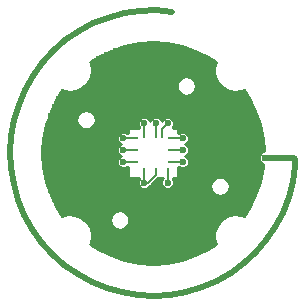
<source format=gbl>
G04 #@! TF.GenerationSoftware,KiCad,Pcbnew,5.0.2-bee76a0~70~ubuntu18.04.1*
G04 #@! TF.CreationDate,2019-08-12T15:33:48+02:00*
G04 #@! TF.ProjectId,upper_Sensor,75707065-725f-4536-956e-736f722e6b69,rev?*
G04 #@! TF.SameCoordinates,Original*
G04 #@! TF.FileFunction,Copper,L2,Bot*
G04 #@! TF.FilePolarity,Positive*
%FSLAX46Y46*%
G04 Gerber Fmt 4.6, Leading zero omitted, Abs format (unit mm)*
G04 Created by KiCad (PCBNEW 5.0.2-bee76a0~70~ubuntu18.04.1) date Mo 12 Aug 2019 15:33:48 CEST*
%MOMM*%
%LPD*%
G01*
G04 APERTURE LIST*
G04 #@! TA.AperFunction,SMDPad,CuDef*
%ADD10R,0.250000X0.500000*%
G04 #@! TD*
G04 #@! TA.AperFunction,SMDPad,CuDef*
%ADD11R,0.500000X0.250000*%
G04 #@! TD*
G04 #@! TA.AperFunction,ViaPad*
%ADD12C,0.600000*%
G04 #@! TD*
G04 #@! TA.AperFunction,Conductor*
%ADD13C,0.130000*%
G04 #@! TD*
G04 #@! TA.AperFunction,Conductor*
%ADD14C,0.500000*%
G04 #@! TD*
G04 #@! TA.AperFunction,Conductor*
%ADD15C,0.254000*%
G04 #@! TD*
G04 APERTURE END LIST*
D10*
G04 #@! TO.P,REF\002A\002A,SUB*
G04 #@! TO.N,N/C*
X109250000Y-81500000D03*
D11*
G04 #@! TO.P,REF\002A\002A,D4m*
G04 #@! TO.N,REFFET1_D4*
X108500000Y-78750000D03*
D10*
G04 #@! TO.P,REF\002A\002A,D1i*
G04 #@! TO.N,ISFET1_D1*
X111250000Y-81500000D03*
G04 #@! TO.P,REF\002A\002A,S*
G04 #@! TO.N,N/C*
X110250000Y-81500000D03*
D11*
G04 #@! TO.P,REF\002A\002A,D2m*
G04 #@! TO.N,REFFET1_D2*
X108500000Y-80750000D03*
G04 #@! TO.P,REF\002A\002A,D4i*
G04 #@! TO.N,ISFET1_D4*
X111500000Y-78750000D03*
D10*
G04 #@! TO.P,REF\002A\002A,ELEC*
G04 #@! TO.N,ELEC1*
X110250000Y-78500000D03*
G04 #@! TO.P,REF\002A\002A,O2*
G04 #@! TO.N,O2_ELEC1*
X110750000Y-78500000D03*
D11*
G04 #@! TO.P,REF\002A\002A,D3m*
G04 #@! TO.N,REFFET1_D3*
X108500000Y-79750000D03*
D10*
G04 #@! TO.P,REF\002A\002A,G*
G04 #@! TO.N,N/C*
X109250000Y-78500000D03*
D11*
G04 #@! TO.P,REF\002A\002A,D2i*
G04 #@! TO.N,ISFET1_D2*
X111500000Y-80750000D03*
G04 #@! TO.P,REF\002A\002A,D3i*
G04 #@! TO.N,ISFET1_D3*
X111500000Y-79750000D03*
G04 #@! TD*
D12*
G04 #@! TO.N,*
X109250000Y-77500000D03*
X109250000Y-82500000D03*
G04 #@! TO.N,GNDD*
X110797475Y-89115181D03*
X111588881Y-89010990D03*
X112368194Y-88838220D03*
X113129484Y-88598186D03*
X114575000Y-87924131D03*
X113866957Y-88292715D03*
X117924130Y-84574999D03*
X118292714Y-83866956D03*
X118598185Y-83129483D03*
X118598183Y-76870516D03*
X118292712Y-76133044D03*
X117924128Y-75425001D03*
X118838217Y-77631806D03*
X119010987Y-78411119D03*
X114574998Y-72075871D03*
X112368193Y-71161782D03*
X111588880Y-70989012D03*
X113129483Y-71401816D03*
X113866955Y-71707287D03*
X110797474Y-70884822D03*
X108411119Y-70989014D03*
X107631806Y-71161784D03*
X109202524Y-70884823D03*
X109999999Y-70850004D03*
X106870516Y-71401818D03*
X105425002Y-72075873D03*
X106133044Y-71707289D03*
X102075872Y-75425003D03*
X101707288Y-76133046D03*
X102075875Y-84574997D03*
X101401820Y-83129483D03*
X101707291Y-83866955D03*
X105425005Y-87924127D03*
X106133047Y-88292710D03*
X106870519Y-88598181D03*
X107631808Y-88838215D03*
X108411121Y-89010984D03*
X109202526Y-89115174D03*
X118838219Y-82368193D03*
X119010989Y-81588880D03*
X119115178Y-79202524D03*
X101401817Y-76870518D03*
X101161783Y-77631808D03*
X100989014Y-78411121D03*
X100884824Y-79202526D03*
X110000000Y-89150000D03*
X118300000Y-81400000D03*
X117500000Y-80400000D03*
X117500000Y-80400000D03*
X117500000Y-80400000D03*
X117500000Y-81100000D03*
X118200000Y-78600000D03*
X116500000Y-79100000D03*
X114800000Y-80500000D03*
X105100000Y-79600000D03*
X106300000Y-80700000D03*
X117500025Y-79700025D03*
G04 #@! TO.N,REFFET1_D2*
X107500000Y-80750000D03*
G04 #@! TO.N,REFFET1_D3*
X107500000Y-79750000D03*
G04 #@! TO.N,REFFET1_D4*
X107500000Y-78750000D03*
G04 #@! TO.N,ISFET1_D4*
X112500000Y-78750000D03*
G04 #@! TO.N,ISFET1_D3*
X112500000Y-79750000D03*
G04 #@! TO.N,ISFET1_D2*
X112500000Y-80750000D03*
G04 #@! TO.N,ISFET1_D1*
X111250000Y-82500000D03*
G04 #@! TO.N,ELEC1*
X110250000Y-77500000D03*
G04 #@! TO.N,RF_ANT*
X119491760Y-80403700D03*
G04 #@! TO.N,O2_ELEC1*
X111250000Y-77500000D03*
G04 #@! TD*
D13*
G04 #@! TO.N,*
X109250000Y-78500000D02*
X109250000Y-77500000D01*
X109250000Y-81500000D02*
X109250000Y-82500000D01*
X110250000Y-81880000D02*
X109610000Y-82520000D01*
X110250000Y-81500000D02*
X110250000Y-81880000D01*
X109610000Y-82520000D02*
X109280000Y-82520000D01*
G04 #@! TO.N,REFFET1_D2*
X108500000Y-80750000D02*
X107500000Y-80750000D01*
G04 #@! TO.N,REFFET1_D3*
X108500000Y-79750000D02*
X107250000Y-79750000D01*
X107250000Y-79750000D02*
X107500000Y-79750000D01*
G04 #@! TO.N,REFFET1_D4*
X108500000Y-78750000D02*
X107500000Y-78750000D01*
G04 #@! TO.N,ISFET1_D4*
X111500000Y-78750000D02*
X112500000Y-78750000D01*
G04 #@! TO.N,ISFET1_D3*
X111500000Y-79750000D02*
X112500000Y-79750000D01*
G04 #@! TO.N,ISFET1_D2*
X111500000Y-80750000D02*
X112500000Y-80750000D01*
G04 #@! TO.N,ISFET1_D1*
X111250000Y-81500000D02*
X111250000Y-82500000D01*
G04 #@! TO.N,ELEC1*
X110250000Y-78500000D02*
X110250000Y-77500000D01*
D14*
G04 #@! TO.N,RF_ANT*
X107510802Y-68172774D02*
X108862664Y-67967302D01*
X104919532Y-69033312D02*
X106190786Y-68529636D01*
X103713310Y-69677359D02*
X104919532Y-69033312D01*
X101556681Y-71351893D02*
X102587558Y-70453531D01*
X100633873Y-72360954D02*
X101556681Y-71351893D01*
X99830949Y-73467789D02*
X100633873Y-72360954D01*
X121485263Y-83764049D02*
X120986591Y-85037275D01*
X106190786Y-68529636D02*
X107510802Y-68172774D01*
X116572173Y-90143268D02*
X116462108Y-90206043D01*
X118681263Y-88409222D02*
X117675836Y-89335999D01*
X120347301Y-86246015D02*
X119575560Y-87374821D01*
X115384387Y-90820709D02*
X114127680Y-91359649D01*
X103610272Y-90259177D02*
X102492339Y-89471767D01*
X108862664Y-67967302D02*
X110229084Y-67915842D01*
X107392489Y-91801704D02*
X106076115Y-91431644D01*
X119490000Y-80400000D02*
X121900000Y-80400000D01*
X99105241Y-85232933D02*
X98583879Y-83968821D01*
X116462108Y-90206043D02*
X115384387Y-90820709D01*
X110108076Y-92085845D02*
X108742229Y-92020705D01*
X121836925Y-82442645D02*
X121485263Y-83764049D01*
X97998006Y-78574696D02*
X98235812Y-77228138D01*
X117675836Y-89335999D02*
X116572173Y-90143268D01*
X98624197Y-75917052D02*
X99158188Y-74658234D01*
X120986591Y-85037275D02*
X120347301Y-86246015D01*
X99766049Y-86430055D02*
X99105241Y-85232933D01*
X112818137Y-91753189D02*
X111472529Y-91996291D01*
X122055115Y-80555116D02*
X122037079Y-81089981D01*
X111472529Y-91996291D02*
X110108076Y-92085845D01*
X106076115Y-91431644D02*
X104809975Y-90915264D01*
X108742229Y-92020705D02*
X107392489Y-91801704D01*
X119575560Y-87374821D02*
X118681263Y-88409222D01*
X104809975Y-90915264D02*
X103610272Y-90259177D01*
X101470503Y-88563120D02*
X100557846Y-87544871D01*
X110229084Y-67915842D02*
X111592570Y-68019054D01*
X98235812Y-77228138D02*
X98624197Y-75917052D01*
X102492339Y-89471767D02*
X101470503Y-88563120D01*
X121900000Y-80400000D02*
X122055115Y-80555116D01*
X122037079Y-81089981D02*
X121836925Y-82442645D01*
X100557846Y-87544871D02*
X99766049Y-86430055D01*
X98208647Y-82653933D02*
X97984335Y-81305055D01*
X98583879Y-83968821D02*
X98208647Y-82653933D01*
X97984335Y-81305055D02*
X97913822Y-79939489D01*
X97913822Y-79939489D02*
X97998006Y-78574696D01*
X102587558Y-70453531D02*
X103713310Y-69677359D01*
X114127680Y-91359649D02*
X112818137Y-91753189D01*
X99158188Y-74658234D02*
X99830949Y-73467789D01*
D13*
G04 #@! TO.N,O2_ELEC1*
X110750000Y-78500000D02*
X110750000Y-78000000D01*
X110750000Y-78000000D02*
X111250000Y-77500000D01*
G04 #@! TD*
D15*
G04 #@! TO.N,GNDD*
G36*
X111223385Y-70707457D02*
X112425842Y-70946641D01*
X113586785Y-71340728D01*
X114686365Y-71882981D01*
X115333702Y-72315517D01*
X115200432Y-72714976D01*
X115205131Y-73313255D01*
X115403369Y-73877755D01*
X115773771Y-74347608D01*
X116276397Y-74672149D01*
X116857048Y-74816383D01*
X117453113Y-74764759D01*
X117682509Y-74663344D01*
X118117019Y-75313635D01*
X118659272Y-76413215D01*
X119053359Y-77574158D01*
X119292543Y-78776615D01*
X119363163Y-79854074D01*
X119176245Y-79931498D01*
X119019558Y-80088185D01*
X118934760Y-80292906D01*
X118934760Y-80514494D01*
X119019558Y-80719215D01*
X119176245Y-80875902D01*
X119311642Y-80931985D01*
X119292543Y-81223385D01*
X119053359Y-82425842D01*
X118659272Y-83586785D01*
X118117019Y-84686365D01*
X117682205Y-85337112D01*
X117425337Y-85228342D01*
X116828535Y-85186086D01*
X116250221Y-85339423D01*
X115752755Y-85671819D01*
X115389779Y-86147432D01*
X115200432Y-86714976D01*
X115205131Y-87313255D01*
X115335156Y-87683512D01*
X114686365Y-88117019D01*
X113586785Y-88659272D01*
X112425842Y-89053359D01*
X111223385Y-89292543D01*
X110000000Y-89372728D01*
X108776615Y-89292543D01*
X107574158Y-89053359D01*
X106413215Y-88659272D01*
X105313635Y-88117019D01*
X104671139Y-87687717D01*
X104723768Y-87590178D01*
X104822000Y-87000000D01*
X104821775Y-86971381D01*
X104714285Y-86382820D01*
X104421944Y-85860808D01*
X104194234Y-85656854D01*
X106349572Y-85656854D01*
X106412143Y-85971420D01*
X106590331Y-86238096D01*
X106857007Y-86416284D01*
X107171573Y-86478855D01*
X107486139Y-86416284D01*
X107752815Y-86238096D01*
X107931003Y-85971420D01*
X107993574Y-85656854D01*
X107931003Y-85342288D01*
X107752815Y-85075612D01*
X107486139Y-84897424D01*
X107171573Y-84834853D01*
X106857007Y-84897424D01*
X106590331Y-85075612D01*
X106412143Y-85342288D01*
X106349572Y-85656854D01*
X104194234Y-85656854D01*
X103976276Y-85461635D01*
X103425337Y-85228342D01*
X102828535Y-85186086D01*
X102308937Y-85323855D01*
X101882981Y-84686365D01*
X101340728Y-83586785D01*
X100946641Y-82425842D01*
X100707457Y-81223385D01*
X100627272Y-80000000D01*
X100643657Y-79750000D01*
X106921692Y-79750000D01*
X106943000Y-79857122D01*
X106943000Y-79860794D01*
X106944405Y-79864186D01*
X106946683Y-79875638D01*
X106953170Y-79885346D01*
X107027798Y-80065515D01*
X107184485Y-80222202D01*
X107251595Y-80250000D01*
X107184485Y-80277798D01*
X107027798Y-80434485D01*
X106943000Y-80639206D01*
X106943000Y-80860794D01*
X107027798Y-81065515D01*
X107184485Y-81222202D01*
X107389206Y-81307000D01*
X107610794Y-81307000D01*
X107815515Y-81222202D01*
X107873000Y-81164717D01*
X107873000Y-82000000D01*
X107882667Y-82048601D01*
X107910197Y-82089803D01*
X107951399Y-82117333D01*
X108000000Y-82127000D01*
X108835283Y-82127000D01*
X108777798Y-82184485D01*
X108693000Y-82389206D01*
X108693000Y-82610794D01*
X108777798Y-82815515D01*
X108934485Y-82972202D01*
X109139206Y-83057000D01*
X109360794Y-83057000D01*
X109565515Y-82972202D01*
X109709127Y-82828590D01*
X109735638Y-82823317D01*
X109842149Y-82752149D01*
X109860115Y-82725262D01*
X110455264Y-82130113D01*
X110459923Y-82127000D01*
X110835283Y-82127000D01*
X110777798Y-82184485D01*
X110693000Y-82389206D01*
X110693000Y-82610794D01*
X110777798Y-82815515D01*
X110934485Y-82972202D01*
X111139206Y-83057000D01*
X111360794Y-83057000D01*
X111565515Y-82972202D01*
X111709290Y-82828427D01*
X114834853Y-82828427D01*
X114897424Y-83142993D01*
X115075612Y-83409669D01*
X115342288Y-83587857D01*
X115656854Y-83650428D01*
X115971420Y-83587857D01*
X116238096Y-83409669D01*
X116416284Y-83142993D01*
X116478855Y-82828427D01*
X116416284Y-82513861D01*
X116238096Y-82247185D01*
X115971420Y-82068997D01*
X115656854Y-82006426D01*
X115342288Y-82068997D01*
X115075612Y-82247185D01*
X114897424Y-82513861D01*
X114834853Y-82828427D01*
X111709290Y-82828427D01*
X111722202Y-82815515D01*
X111807000Y-82610794D01*
X111807000Y-82389206D01*
X111722202Y-82184485D01*
X111664717Y-82127000D01*
X112000000Y-82127000D01*
X112048601Y-82117333D01*
X112089803Y-82089803D01*
X112117333Y-82048601D01*
X112127000Y-82000000D01*
X112127000Y-81164717D01*
X112184485Y-81222202D01*
X112389206Y-81307000D01*
X112610794Y-81307000D01*
X112815515Y-81222202D01*
X112972202Y-81065515D01*
X113057000Y-80860794D01*
X113057000Y-80639206D01*
X112972202Y-80434485D01*
X112815515Y-80277798D01*
X112748405Y-80250000D01*
X112815515Y-80222202D01*
X112972202Y-80065515D01*
X113057000Y-79860794D01*
X113057000Y-79639206D01*
X112972202Y-79434485D01*
X112815515Y-79277798D01*
X112748405Y-79250000D01*
X112815515Y-79222202D01*
X112972202Y-79065515D01*
X113057000Y-78860794D01*
X113057000Y-78639206D01*
X112972202Y-78434485D01*
X112815515Y-78277798D01*
X112610794Y-78193000D01*
X112389206Y-78193000D01*
X112184485Y-78277798D01*
X112127000Y-78335283D01*
X112127000Y-78000000D01*
X112117333Y-77951399D01*
X112089803Y-77910197D01*
X112048601Y-77882667D01*
X112000000Y-77873000D01*
X111664717Y-77873000D01*
X111722202Y-77815515D01*
X111807000Y-77610794D01*
X111807000Y-77389206D01*
X111722202Y-77184485D01*
X111565515Y-77027798D01*
X111360794Y-76943000D01*
X111139206Y-76943000D01*
X110934485Y-77027798D01*
X110777798Y-77184485D01*
X110750000Y-77251595D01*
X110722202Y-77184485D01*
X110565515Y-77027798D01*
X110360794Y-76943000D01*
X110139206Y-76943000D01*
X109934485Y-77027798D01*
X109777798Y-77184485D01*
X109750000Y-77251595D01*
X109722202Y-77184485D01*
X109565515Y-77027798D01*
X109360794Y-76943000D01*
X109139206Y-76943000D01*
X108934485Y-77027798D01*
X108777798Y-77184485D01*
X108693000Y-77389206D01*
X108693000Y-77610794D01*
X108777798Y-77815515D01*
X108835283Y-77873000D01*
X108000000Y-77873000D01*
X107951399Y-77882667D01*
X107910197Y-77910197D01*
X107882667Y-77951399D01*
X107873000Y-78000000D01*
X107873000Y-78335283D01*
X107815515Y-78277798D01*
X107610794Y-78193000D01*
X107389206Y-78193000D01*
X107184485Y-78277798D01*
X107027798Y-78434485D01*
X106943000Y-78639206D01*
X106943000Y-78860794D01*
X107027798Y-79065515D01*
X107184485Y-79222202D01*
X107251595Y-79250000D01*
X107184485Y-79277798D01*
X107027798Y-79434485D01*
X106953170Y-79614654D01*
X106946683Y-79624362D01*
X106944405Y-79635814D01*
X106943000Y-79639206D01*
X106943000Y-79642878D01*
X106921692Y-79750000D01*
X100643657Y-79750000D01*
X100707457Y-78776615D01*
X100946641Y-77574158D01*
X101083300Y-77171573D01*
X103521145Y-77171573D01*
X103583716Y-77486139D01*
X103761904Y-77752815D01*
X104028580Y-77931003D01*
X104343146Y-77993574D01*
X104657712Y-77931003D01*
X104924388Y-77752815D01*
X105102576Y-77486139D01*
X105165147Y-77171573D01*
X105102576Y-76857007D01*
X104924388Y-76590331D01*
X104657712Y-76412143D01*
X104343146Y-76349572D01*
X104028580Y-76412143D01*
X103761904Y-76590331D01*
X103583716Y-76857007D01*
X103521145Y-77171573D01*
X101083300Y-77171573D01*
X101340728Y-76413215D01*
X101882981Y-75313635D01*
X102306595Y-74679650D01*
X102857048Y-74816383D01*
X103453113Y-74764759D01*
X104000320Y-74522841D01*
X104194712Y-74343146D01*
X112006426Y-74343146D01*
X112068997Y-74657712D01*
X112247185Y-74924388D01*
X112513861Y-75102576D01*
X112828427Y-75165147D01*
X113142993Y-75102576D01*
X113409669Y-74924388D01*
X113587857Y-74657712D01*
X113650428Y-74343146D01*
X113587857Y-74028580D01*
X113409669Y-73761904D01*
X113142993Y-73583716D01*
X112828427Y-73521145D01*
X112513861Y-73583716D01*
X112247185Y-73761904D01*
X112068997Y-74028580D01*
X112006426Y-74343146D01*
X104194712Y-74343146D01*
X104439662Y-74116717D01*
X104723768Y-73590178D01*
X104822000Y-73000000D01*
X104821775Y-72971381D01*
X104714285Y-72382820D01*
X104673790Y-72310511D01*
X105313635Y-71882981D01*
X106413215Y-71340728D01*
X107574158Y-70946641D01*
X108776615Y-70707457D01*
X110000000Y-70627272D01*
X111223385Y-70707457D01*
X111223385Y-70707457D01*
G37*
X111223385Y-70707457D02*
X112425842Y-70946641D01*
X113586785Y-71340728D01*
X114686365Y-71882981D01*
X115333702Y-72315517D01*
X115200432Y-72714976D01*
X115205131Y-73313255D01*
X115403369Y-73877755D01*
X115773771Y-74347608D01*
X116276397Y-74672149D01*
X116857048Y-74816383D01*
X117453113Y-74764759D01*
X117682509Y-74663344D01*
X118117019Y-75313635D01*
X118659272Y-76413215D01*
X119053359Y-77574158D01*
X119292543Y-78776615D01*
X119363163Y-79854074D01*
X119176245Y-79931498D01*
X119019558Y-80088185D01*
X118934760Y-80292906D01*
X118934760Y-80514494D01*
X119019558Y-80719215D01*
X119176245Y-80875902D01*
X119311642Y-80931985D01*
X119292543Y-81223385D01*
X119053359Y-82425842D01*
X118659272Y-83586785D01*
X118117019Y-84686365D01*
X117682205Y-85337112D01*
X117425337Y-85228342D01*
X116828535Y-85186086D01*
X116250221Y-85339423D01*
X115752755Y-85671819D01*
X115389779Y-86147432D01*
X115200432Y-86714976D01*
X115205131Y-87313255D01*
X115335156Y-87683512D01*
X114686365Y-88117019D01*
X113586785Y-88659272D01*
X112425842Y-89053359D01*
X111223385Y-89292543D01*
X110000000Y-89372728D01*
X108776615Y-89292543D01*
X107574158Y-89053359D01*
X106413215Y-88659272D01*
X105313635Y-88117019D01*
X104671139Y-87687717D01*
X104723768Y-87590178D01*
X104822000Y-87000000D01*
X104821775Y-86971381D01*
X104714285Y-86382820D01*
X104421944Y-85860808D01*
X104194234Y-85656854D01*
X106349572Y-85656854D01*
X106412143Y-85971420D01*
X106590331Y-86238096D01*
X106857007Y-86416284D01*
X107171573Y-86478855D01*
X107486139Y-86416284D01*
X107752815Y-86238096D01*
X107931003Y-85971420D01*
X107993574Y-85656854D01*
X107931003Y-85342288D01*
X107752815Y-85075612D01*
X107486139Y-84897424D01*
X107171573Y-84834853D01*
X106857007Y-84897424D01*
X106590331Y-85075612D01*
X106412143Y-85342288D01*
X106349572Y-85656854D01*
X104194234Y-85656854D01*
X103976276Y-85461635D01*
X103425337Y-85228342D01*
X102828535Y-85186086D01*
X102308937Y-85323855D01*
X101882981Y-84686365D01*
X101340728Y-83586785D01*
X100946641Y-82425842D01*
X100707457Y-81223385D01*
X100627272Y-80000000D01*
X100643657Y-79750000D01*
X106921692Y-79750000D01*
X106943000Y-79857122D01*
X106943000Y-79860794D01*
X106944405Y-79864186D01*
X106946683Y-79875638D01*
X106953170Y-79885346D01*
X107027798Y-80065515D01*
X107184485Y-80222202D01*
X107251595Y-80250000D01*
X107184485Y-80277798D01*
X107027798Y-80434485D01*
X106943000Y-80639206D01*
X106943000Y-80860794D01*
X107027798Y-81065515D01*
X107184485Y-81222202D01*
X107389206Y-81307000D01*
X107610794Y-81307000D01*
X107815515Y-81222202D01*
X107873000Y-81164717D01*
X107873000Y-82000000D01*
X107882667Y-82048601D01*
X107910197Y-82089803D01*
X107951399Y-82117333D01*
X108000000Y-82127000D01*
X108835283Y-82127000D01*
X108777798Y-82184485D01*
X108693000Y-82389206D01*
X108693000Y-82610794D01*
X108777798Y-82815515D01*
X108934485Y-82972202D01*
X109139206Y-83057000D01*
X109360794Y-83057000D01*
X109565515Y-82972202D01*
X109709127Y-82828590D01*
X109735638Y-82823317D01*
X109842149Y-82752149D01*
X109860115Y-82725262D01*
X110455264Y-82130113D01*
X110459923Y-82127000D01*
X110835283Y-82127000D01*
X110777798Y-82184485D01*
X110693000Y-82389206D01*
X110693000Y-82610794D01*
X110777798Y-82815515D01*
X110934485Y-82972202D01*
X111139206Y-83057000D01*
X111360794Y-83057000D01*
X111565515Y-82972202D01*
X111709290Y-82828427D01*
X114834853Y-82828427D01*
X114897424Y-83142993D01*
X115075612Y-83409669D01*
X115342288Y-83587857D01*
X115656854Y-83650428D01*
X115971420Y-83587857D01*
X116238096Y-83409669D01*
X116416284Y-83142993D01*
X116478855Y-82828427D01*
X116416284Y-82513861D01*
X116238096Y-82247185D01*
X115971420Y-82068997D01*
X115656854Y-82006426D01*
X115342288Y-82068997D01*
X115075612Y-82247185D01*
X114897424Y-82513861D01*
X114834853Y-82828427D01*
X111709290Y-82828427D01*
X111722202Y-82815515D01*
X111807000Y-82610794D01*
X111807000Y-82389206D01*
X111722202Y-82184485D01*
X111664717Y-82127000D01*
X112000000Y-82127000D01*
X112048601Y-82117333D01*
X112089803Y-82089803D01*
X112117333Y-82048601D01*
X112127000Y-82000000D01*
X112127000Y-81164717D01*
X112184485Y-81222202D01*
X112389206Y-81307000D01*
X112610794Y-81307000D01*
X112815515Y-81222202D01*
X112972202Y-81065515D01*
X113057000Y-80860794D01*
X113057000Y-80639206D01*
X112972202Y-80434485D01*
X112815515Y-80277798D01*
X112748405Y-80250000D01*
X112815515Y-80222202D01*
X112972202Y-80065515D01*
X113057000Y-79860794D01*
X113057000Y-79639206D01*
X112972202Y-79434485D01*
X112815515Y-79277798D01*
X112748405Y-79250000D01*
X112815515Y-79222202D01*
X112972202Y-79065515D01*
X113057000Y-78860794D01*
X113057000Y-78639206D01*
X112972202Y-78434485D01*
X112815515Y-78277798D01*
X112610794Y-78193000D01*
X112389206Y-78193000D01*
X112184485Y-78277798D01*
X112127000Y-78335283D01*
X112127000Y-78000000D01*
X112117333Y-77951399D01*
X112089803Y-77910197D01*
X112048601Y-77882667D01*
X112000000Y-77873000D01*
X111664717Y-77873000D01*
X111722202Y-77815515D01*
X111807000Y-77610794D01*
X111807000Y-77389206D01*
X111722202Y-77184485D01*
X111565515Y-77027798D01*
X111360794Y-76943000D01*
X111139206Y-76943000D01*
X110934485Y-77027798D01*
X110777798Y-77184485D01*
X110750000Y-77251595D01*
X110722202Y-77184485D01*
X110565515Y-77027798D01*
X110360794Y-76943000D01*
X110139206Y-76943000D01*
X109934485Y-77027798D01*
X109777798Y-77184485D01*
X109750000Y-77251595D01*
X109722202Y-77184485D01*
X109565515Y-77027798D01*
X109360794Y-76943000D01*
X109139206Y-76943000D01*
X108934485Y-77027798D01*
X108777798Y-77184485D01*
X108693000Y-77389206D01*
X108693000Y-77610794D01*
X108777798Y-77815515D01*
X108835283Y-77873000D01*
X108000000Y-77873000D01*
X107951399Y-77882667D01*
X107910197Y-77910197D01*
X107882667Y-77951399D01*
X107873000Y-78000000D01*
X107873000Y-78335283D01*
X107815515Y-78277798D01*
X107610794Y-78193000D01*
X107389206Y-78193000D01*
X107184485Y-78277798D01*
X107027798Y-78434485D01*
X106943000Y-78639206D01*
X106943000Y-78860794D01*
X107027798Y-79065515D01*
X107184485Y-79222202D01*
X107251595Y-79250000D01*
X107184485Y-79277798D01*
X107027798Y-79434485D01*
X106953170Y-79614654D01*
X106946683Y-79624362D01*
X106944405Y-79635814D01*
X106943000Y-79639206D01*
X106943000Y-79642878D01*
X106921692Y-79750000D01*
X100643657Y-79750000D01*
X100707457Y-78776615D01*
X100946641Y-77574158D01*
X101083300Y-77171573D01*
X103521145Y-77171573D01*
X103583716Y-77486139D01*
X103761904Y-77752815D01*
X104028580Y-77931003D01*
X104343146Y-77993574D01*
X104657712Y-77931003D01*
X104924388Y-77752815D01*
X105102576Y-77486139D01*
X105165147Y-77171573D01*
X105102576Y-76857007D01*
X104924388Y-76590331D01*
X104657712Y-76412143D01*
X104343146Y-76349572D01*
X104028580Y-76412143D01*
X103761904Y-76590331D01*
X103583716Y-76857007D01*
X103521145Y-77171573D01*
X101083300Y-77171573D01*
X101340728Y-76413215D01*
X101882981Y-75313635D01*
X102306595Y-74679650D01*
X102857048Y-74816383D01*
X103453113Y-74764759D01*
X104000320Y-74522841D01*
X104194712Y-74343146D01*
X112006426Y-74343146D01*
X112068997Y-74657712D01*
X112247185Y-74924388D01*
X112513861Y-75102576D01*
X112828427Y-75165147D01*
X113142993Y-75102576D01*
X113409669Y-74924388D01*
X113587857Y-74657712D01*
X113650428Y-74343146D01*
X113587857Y-74028580D01*
X113409669Y-73761904D01*
X113142993Y-73583716D01*
X112828427Y-73521145D01*
X112513861Y-73583716D01*
X112247185Y-73761904D01*
X112068997Y-74028580D01*
X112006426Y-74343146D01*
X104194712Y-74343146D01*
X104439662Y-74116717D01*
X104723768Y-73590178D01*
X104822000Y-73000000D01*
X104821775Y-72971381D01*
X104714285Y-72382820D01*
X104673790Y-72310511D01*
X105313635Y-71882981D01*
X106413215Y-71340728D01*
X107574158Y-70946641D01*
X108776615Y-70707457D01*
X110000000Y-70627272D01*
X111223385Y-70707457D01*
G04 #@! TD*
M02*

</source>
